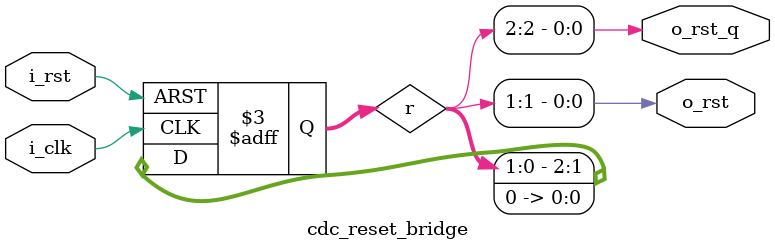
<source format=v>
/****************************************************************************

                        ---- cdc_reset_bridge ----

Clock domain crossing: reset bridge with asynchronous assertion and
synchronous de-assertion.

****************************************************************************/

module cdc_reset_bridge #(
    // Is reset initially asserted or de-asserted
    parameter INIT = 1'b1
) (
    input i_clk,    // clock
    input i_rst,    // async reset input
    output o_rst,   // cleaned up async-assert sync-deassert reset output
    output o_rst_q  // same as 'o_rst' but active for 1 more clock cycle
);

    reg [2:0] r = {3{INIT}};

    always @(posedge i_clk or posedge i_rst) begin
        if (i_rst) begin
            r <= {3{1'b1}};
        end else begin
            r <= {r[1:0], 1'b0};
        end
    end

    assign o_rst = r[1];
    assign o_rst_q = r[2];

endmodule

</source>
